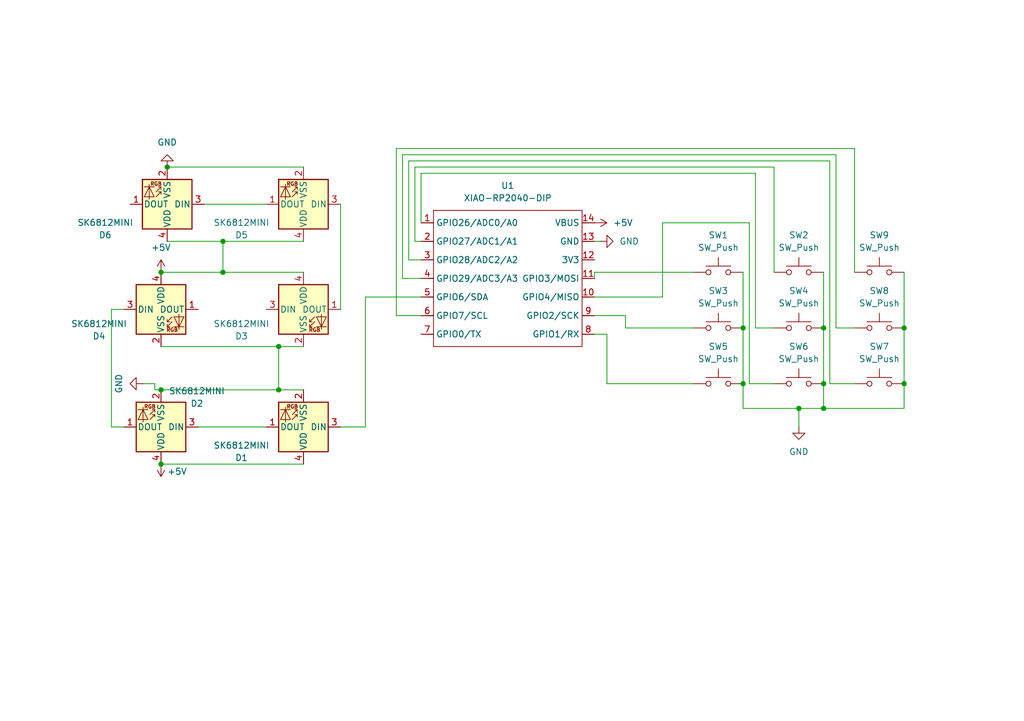
<source format=kicad_sch>
(kicad_sch (version 20231120) (generator "eeschema") (generator_version "8.0")
  (paper "A5")
  (lib_symbols
    (symbol "LED:SK6812MINI" (pin_names (offset 0.254))
      (property "Reference" "D" (at 5.08 5.715 0))
      (property "Value" "SK6812MINI" (at 1.27 -5.715 0))
      (symbol "SK6812MINI_0_0"
        (text "RGB" (at 2.286 -4.191 0) (effects (font (size 0.762 0.762))))
      )
      (symbol "SK6812MINI_0_1"
        (polyline (pts (xy 1.27 -3.556) (xy 1.778 -3.556)))
        (polyline (pts (xy 1.27 -2.54) (xy 1.778 -2.54)))
        (polyline (pts (xy 4.699 -3.556) (xy 2.667 -3.556)))
        (polyline (pts (xy 2.286 -2.54) (xy 1.27 -3.556) (xy 1.27 -3.048)))
        (polyline (pts (xy 2.286 -1.524) (xy 1.27 -2.54) (xy 1.27 -2.032)))
        (polyline (pts (xy 3.683 -1.016) (xy 3.683 -3.556) (xy 3.683 -4.064)))
        (polyline (pts (xy 4.699 -1.524) (xy 2.667 -1.524) (xy 3.683 -3.556) (xy 4.699 -1.524)))
        (rectangle (start 5.08 5.08) (end -5.08 -5.08) (stroke (width 0.254)) (fill (type background)))
      )
      (symbol "SK6812MINI_1_1"
        (pin output line (at 7.62 0 180) (length 2.54) (name "DOUT") (number "1"))
        (pin power_in line (at 0 -7.62 90) (length 2.54) (name "VSS") (number "2"))
        (pin input line (at -7.62 0 0) (length 2.54) (name "DIN") (number "3"))
        (pin power_in line (at 0 7.62 270) (length 2.54) (name "VDD") (number "4"))
      )
    )
    (symbol "Seeed_Studio_XIAO_Series:XIAO-RP2040-DIP"
      (property "Reference" "U" (at 0 0 0))
      (property "Value" "XIAO-RP2040-DIP" (at 5.334 -1.778 0))
      (symbol "XIAO-RP2040-DIP_1_0"
        (polyline (pts (xy -1.27 -30.48) (xy -1.27 -16.51)) (stroke (width 0.1524)))
        (polyline (pts (xy -1.27 -27.94) (xy -2.54 -27.94)) (stroke (width 0.1524)))
        (polyline (pts (xy -1.27 -24.13) (xy -2.54 -24.13)) (stroke (width 0.1524)))
        (polyline (pts (xy -1.27 -20.32) (xy -2.54 -20.32)) (stroke (width 0.1524)))
        (polyline (pts (xy -1.27 -16.51) (xy -2.54 -16.51)) (stroke (width 0.1524)))
        (polyline (pts (xy -1.27 -16.51) (xy -1.27 -12.7)) (stroke (width 0.1524)))
        (polyline (pts (xy -1.27 -12.7) (xy -2.54 -12.7)) (stroke (width 0.1524)))
        (polyline (pts (xy -1.27 -12.7) (xy -1.27 -8.89)) (stroke (width 0.1524)))
        (polyline (pts (xy -1.27 -8.89) (xy -2.54 -8.89)) (stroke (width 0.1524)))
        (polyline (pts (xy -1.27 -8.89) (xy -1.27 -5.08)) (stroke (width 0.1524)))
        (polyline (pts (xy -1.27 -5.08) (xy -2.54 -5.08)) (stroke (width 0.1524)))
        (polyline (pts (xy -1.27 -5.08) (xy -1.27 -2.54)) (stroke (width 0.1524)))
        (polyline (pts (xy -1.27 -2.54) (xy 29.21 -2.54)) (stroke (width 0.1524)))
        (polyline (pts (xy 29.21 -30.48) (xy -1.27 -30.48)) (stroke (width 0.1524)))
        (polyline (pts (xy 29.21 -12.7) (xy 29.21 -30.48)) (stroke (width 0.1524)))
        (polyline (pts (xy 29.21 -8.89) (xy 29.21 -12.7)) (stroke (width 0.1524)))
        (polyline (pts (xy 29.21 -5.08) (xy 29.21 -8.89)) (stroke (width 0.1524)))
        (polyline (pts (xy 29.21 -2.54) (xy 29.21 -5.08)) (stroke (width 0.1524)))
        (polyline (pts (xy 30.48 -27.94) (xy 29.21 -27.94)) (stroke (width 0.1524)))
        (polyline (pts (xy 30.48 -24.13) (xy 29.21 -24.13)) (stroke (width 0.1524)))
        (polyline (pts (xy 30.48 -20.32) (xy 29.21 -20.32)) (stroke (width 0.1524)))
        (polyline (pts (xy 30.48 -16.51) (xy 29.21 -16.51)) (stroke (width 0.1524)))
        (polyline (pts (xy 30.48 -12.7) (xy 29.21 -12.7)) (stroke (width 0.1524)))
        (polyline (pts (xy 30.48 -8.89) (xy 29.21 -8.89)) (stroke (width 0.1524)))
        (polyline (pts (xy 30.48 -5.08) (xy 29.21 -5.08)) (stroke (width 0.1524)))
        (pin passive line (at -3.81 -5.08 0) (length 2.54) (name "GPIO26/ADC0/A0") (number "1"))
        (pin passive line (at 31.75 -20.32 180) (length 2.54) (name "GPIO4/MISO") (number "10"))
        (pin passive line (at 31.75 -16.51 180) (length 2.54) (name "GPIO3/MOSI") (number "11"))
        (pin passive line (at 31.75 -12.7 180) (length 2.54) (name "3V3") (number "12"))
        (pin passive line (at 31.75 -8.89 180) (length 2.54) (name "GND") (number "13"))
        (pin passive line (at 31.75 -5.08 180) (length 2.54) (name "VBUS") (number "14"))
        (pin passive line (at -3.81 -8.89 0) (length 2.54) (name "GPIO27/ADC1/A1") (number "2"))
        (pin passive line (at -3.81 -12.7 0) (length 2.54) (name "GPIO28/ADC2/A2") (number "3"))
        (pin passive line (at -3.81 -16.51 0) (length 2.54) (name "GPIO29/ADC3/A3") (number "4"))
        (pin passive line (at -3.81 -20.32 0) (length 2.54) (name "GPIO6/SDA") (number "5"))
        (pin passive line (at -3.81 -24.13 0) (length 2.54) (name "GPIO7/SCL") (number "6"))
        (pin passive line (at -3.81 -27.94 0) (length 2.54) (name "GPIO0/TX") (number "7"))
        (pin passive line (at 31.75 -27.94 180) (length 2.54) (name "GPIO1/RX") (number "8"))
        (pin passive line (at 31.75 -24.13 180) (length 2.54) (name "GPIO2/SCK") (number "9"))
      )
    )
    (symbol "Switch:SW_Push" (pin_numbers hide) (pin_names (offset 1.016) hide)
      (property "Reference" "SW" (at 1.27 2.54 0))
      (property "Value" "SW_Push" (at 0 -1.524 0))
      (symbol "SW_Push_0_1"
        (circle (center -2.032 0) (radius 0.508))
        (polyline (pts (xy 0 1.27) (xy 0 3.048)))
        (polyline (pts (xy 2.54 1.27) (xy -2.54 1.27)))
        (circle (center 2.032 0) (radius 0.508))
        (pin passive line (at -5.08 0 0) (length 2.54) (name "1") (number "1"))
        (pin passive line (at 5.08 0 180) (length 2.54) (name "2") (number "2"))
      )
    )
    (symbol "power:+5V" (power) (pin_numbers hide) (pin_names (offset 0) hide)
      (property "Value" "+5V" (at 0 3.556 0))
      (symbol "+5V_0_1"
        (polyline (pts (xy -0.762 1.27) (xy 0 2.54)))
        (polyline (pts (xy 0 0) (xy 0 2.54)))
        (polyline (pts (xy 0 2.54) (xy 0.762 1.27)))
      )
      (symbol "+5V_1_1"
        (pin power_in line (at 0 0 90) (length 0) (name "~") (number "1"))
      )
    )
    (symbol "power:GND" (power) (pin_numbers hide) (pin_names (offset 0) hide)
      (property "Value" "GND" (at 0 -3.81 0))
      (symbol "GND_0_1"
        (polyline (pts (xy 0 0) (xy 0 -1.27) (xy 1.27 -1.27) (xy 0 -2.54) (xy -1.27 -1.27) (xy 0 -1.27)))
      )
      (symbol "GND_1_1"
        (pin power_in line (at 0 0 270) (length 0) (name "~") (number "1"))
      )
    )
  )
  (junction (at 163.83 83.82))
  (junction (at 33.02 95.25))
  (junction (at 168.91 78.74))
  (junction (at 45.72 49.53))
  (junction (at 57.15 80.01))
  (junction (at 57.15 71.12))
  (junction (at 185.42 67.31))
  (junction (at 152.4 78.74))
  (junction (at 168.91 83.82))
  (junction (at 45.72 55.88))
  (junction (at 152.4 67.31))
  (junction (at 34.29 34.29))
  (junction (at 33.02 80.01))
  (junction (at 33.02 55.88))
  (junction (at 185.42 78.74))
  (junction (at 168.91 67.31))
  (wire (pts (xy 163.83 83.82) (xy 152.4 83.82)))
  (wire (pts (xy 57.15 71.12) (xy 33.02 71.12)))
  (wire (pts (xy 128.27 67.31) (xy 128.27 64.77)))
  (wire (pts (xy 171.45 67.31) (xy 171.45 31.75)))
  (wire (pts (xy 62.23 95.25) (xy 33.02 95.25)))
  (wire (pts (xy 62.23 71.12) (xy 57.15 71.12)))
  (wire (pts (xy 142.24 67.31) (xy 128.27 67.31)))
  (wire (pts (xy 62.23 34.29) (xy 34.29 34.29)))
  (wire (pts (xy 170.18 78.74) (xy 170.18 33.02)))
  (wire (pts (xy 22.86 87.63) (xy 22.86 63.5)))
  (wire (pts (xy 175.26 30.48) (xy 81.28 30.48)))
  (wire (pts (xy 85.09 34.29) (xy 85.09 49.53)))
  (wire (pts (xy 168.91 67.31) (xy 168.91 78.74)))
  (wire (pts (xy 81.28 64.77) (xy 86.36 64.77)))
  (wire (pts (xy 158.75 67.31) (xy 154.94 67.31)))
  (wire (pts (xy 152.4 67.31) (xy 152.4 55.88)))
  (wire (pts (xy 163.83 87.63) (xy 163.83 83.82)))
  (wire (pts (xy 83.82 53.34) (xy 86.36 53.34)))
  (wire (pts (xy 124.46 68.58) (xy 121.92 68.58)))
  (wire (pts (xy 185.42 78.74) (xy 185.42 67.31)))
  (wire (pts (xy 170.18 33.02) (xy 83.82 33.02)))
  (wire (pts (xy 121.92 55.88) (xy 142.24 55.88)))
  (wire (pts (xy 22.86 63.5) (xy 25.4 63.5)))
  (wire (pts (xy 152.4 83.82) (xy 152.4 78.74)))
  (wire (pts (xy 175.26 55.88) (xy 175.26 30.48)))
  (wire (pts (xy 124.46 78.74) (xy 124.46 68.58)))
  (wire (pts (xy 121.92 55.88) (xy 121.92 57.15)))
  (wire (pts (xy 153.67 78.74) (xy 153.67 45.72)))
  (wire (pts (xy 86.36 35.56) (xy 86.36 45.72)))
  (wire (pts (xy 25.4 87.63) (xy 22.86 87.63)))
  (wire (pts (xy 69.85 63.5) (xy 69.85 41.91)))
  (wire (pts (xy 153.67 45.72) (xy 135.89 45.72)))
  (wire (pts (xy 45.72 49.53) (xy 34.29 49.53)))
  (wire (pts (xy 57.15 80.01) (xy 33.02 80.01)))
  (wire (pts (xy 175.26 78.74) (xy 170.18 78.74)))
  (wire (pts (xy 86.36 60.96) (xy 74.93 60.96)))
  (wire (pts (xy 154.94 35.56) (xy 86.36 35.56)))
  (wire (pts (xy 175.26 67.31) (xy 171.45 67.31)))
  (wire (pts (xy 45.72 55.88) (xy 33.02 55.88)))
  (wire (pts (xy 62.23 55.88) (xy 45.72 55.88)))
  (wire (pts (xy 142.24 78.74) (xy 124.46 78.74)))
  (wire (pts (xy 168.91 78.74) (xy 168.91 83.82)))
  (wire (pts (xy 135.89 45.72) (xy 135.89 60.96)))
  (wire (pts (xy 45.72 55.88) (xy 45.72 49.53)))
  (wire (pts (xy 74.93 87.63) (xy 69.85 87.63)))
  (wire (pts (xy 29.21 78.74) (xy 31.75 78.74)))
  (wire (pts (xy 62.23 80.01) (xy 57.15 80.01)))
  (wire (pts (xy 54.61 41.91) (xy 41.91 41.91)))
  (wire (pts (xy 121.92 60.96) (xy 135.89 60.96)))
  (wire (pts (xy 54.61 87.63) (xy 40.64 87.63)))
  (wire (pts (xy 57.15 80.01) (xy 57.15 71.12)))
  (wire (pts (xy 82.55 31.75) (xy 82.55 57.15)))
  (wire (pts (xy 158.75 55.88) (xy 158.75 34.29)))
  (wire (pts (xy 74.93 60.96) (xy 74.93 87.63)))
  (wire (pts (xy 158.75 34.29) (xy 85.09 34.29)))
  (wire (pts (xy 168.91 55.88) (xy 168.91 67.31)))
  (wire (pts (xy 82.55 57.15) (xy 86.36 57.15)))
  (wire (pts (xy 168.91 83.82) (xy 185.42 83.82)))
  (wire (pts (xy 185.42 67.31) (xy 185.42 55.88)))
  (wire (pts (xy 31.75 80.01) (xy 33.02 80.01)))
  (wire (pts (xy 62.23 49.53) (xy 45.72 49.53)))
  (wire (pts (xy 154.94 67.31) (xy 154.94 35.56)))
  (wire (pts (xy 83.82 33.02) (xy 83.82 53.34)))
  (wire (pts (xy 185.42 83.82) (xy 185.42 78.74)))
  (wire (pts (xy 152.4 78.74) (xy 152.4 67.31)))
  (wire (pts (xy 168.91 83.82) (xy 163.83 83.82)))
  (wire (pts (xy 128.27 64.77) (xy 121.92 64.77)))
  (wire (pts (xy 85.09 49.53) (xy 86.36 49.53)))
  (wire (pts (xy 123.19 49.53) (xy 121.92 49.53)))
  (wire (pts (xy 31.75 78.74) (xy 31.75 80.01)))
  (wire (pts (xy 158.75 78.74) (xy 153.67 78.74)))
  (wire (pts (xy 81.28 30.48) (xy 81.28 64.77)))
  (wire (pts (xy 171.45 31.75) (xy 82.55 31.75)))
  (symbol (lib_id "Switch:SW_Push") (at 147.32 55.88 0) (unit 1)
    (property "Reference" "SW1" (at 147.32 48.26 0))
    (property "Value" "SW_Push" (at 147.32 50.8 0))
    (property "Footprint" "Kailh_PG1353_Solderable:Kailh-PG1353-Solderable-1U" (effects (hide yes)))
    (property "Description" "Push button switch, generic, two pins" (effects (hide yes)))
  )
  (symbol (lib_id "Switch:SW_Push") (at 147.32 67.31 0) (unit 1)
    (property "Reference" "SW3" (at 147.32 59.69 0))
    (property "Value" "SW_Push" (at 147.32 62.23 0))
    (property "Footprint" "Kailh_PG1353_Solderable:Kailh-PG1353-Solderable-1U" (effects (hide yes)))
    (property "Description" "Push button switch, generic, two pins" (effects (hide yes)))
  )
  (symbol (lib_id "power:+5V") (at 33.02 55.88 0) (unit 1)
    (property "Reference" "#PWR07" (effects (hide yes)))
    (property "Value" "+5V" (at 33.02 50.8 0))
    (property "Description" "Power symbol creates a global label with name \"+5V\"" (effects (hide yes)))
  )
  (symbol (lib_id "Switch:SW_Push") (at 180.34 67.31 0) (unit 1)
    (property "Reference" "SW8" (at 180.34 59.69 0))
    (property "Value" "SW_Push" (at 180.34 62.23 0))
    (property "Footprint" "Kailh_PG1353_Solderable:Kailh-PG1353-Solderable-1U" (effects (hide yes)))
    (property "Description" "Push button switch, generic, two pins" (effects (hide yes)))
  )
  (symbol (lib_id "Switch:SW_Push") (at 180.34 78.74 0) (unit 1)
    (property "Reference" "SW7" (at 180.34 71.12 0))
    (property "Value" "SW_Push" (at 180.34 73.66 0))
    (property "Footprint" "Kailh_PG1353_Solderable:Kailh-PG1353-Solderable-1U" (effects (hide yes)))
    (property "Description" "Push button switch, generic, two pins" (effects (hide yes)))
  )
  (symbol (lib_id "Switch:SW_Push") (at 163.83 67.31 0) (unit 1)
    (property "Reference" "SW4" (at 163.83 59.69 0))
    (property "Value" "SW_Push" (at 163.83 62.23 0))
    (property "Footprint" "Kailh_PG1353_Solderable:Kailh-PG1353-Solderable-1U" (effects (hide yes)))
    (property "Description" "Push button switch, generic, two pins" (effects (hide yes)))
  )
  (symbol (lib_id "LED:SK6812MINI") (at 62.23 87.63 180) (unit 1)
    (property "Reference" "D1" (at 49.53 93.9486 0))
    (property "Value" "SK6812MINI" (at 49.53 91.4086 0))
    (property "Footprint" "LED_SMD:LED_SK6812MINI_PLCC4_3.5x3.5mm_P1.75mm" (effects (hide yes)))
    (property "Datasheet" "https://cdn-shop.adafruit.com/product-files/2686/SK6812MINI_REV.01-1-2.pdf" (effects (hide yes)))
    (property "Description" "RGB LED with integrated controller" (effects (hide yes)))
  )
  (symbol (lib_id "Seeed_Studio_XIAO_Series:XIAO-RP2040-DIP") (at 90.17 40.64 0) (unit 1)
    (property "Reference" "U1" (at 104.14 38.1 0))
    (property "Value" "XIAO-RP2040-DIP" (at 104.14 40.64 0))
    (property "Footprint" "Seeed Studio XIAO Series Library:XIAO-RP2040-DIP" (effects (hide yes)))
  )
  (symbol (lib_id "LED:SK6812MINI") (at 62.23 41.91 180) (unit 1)
    (property "Reference" "D5" (at 49.53 48.2286 0))
    (property "Value" "SK6812MINI" (at 49.53 45.6886 0))
    (property "Footprint" "LED_SMD:LED_SK6812MINI_PLCC4_3.5x3.5mm_P1.75mm" (effects (hide yes)))
    (property "Datasheet" "https://cdn-shop.adafruit.com/product-files/2686/SK6812MINI_REV.01-1-2.pdf" (effects (hide yes)))
    (property "Description" "RGB LED with integrated controller" (effects (hide yes)))
  )
  (symbol (lib_id "power:GND") (at 34.29 34.29 180) (unit 1)
    (property "Reference" "#PWR06" (effects (hide yes)))
    (property "Value" "GND" (at 34.29 29.21 0))
    (property "Description" "Power symbol creates a global label with name \"GND\" , ground" (effects (hide yes)))
  )
  (symbol (lib_id "power:GND") (at 29.21 78.74 270) (unit 1)
    (property "Reference" "#PWR02" (effects (hide yes)))
    (property "Value" "GND" (at 24.384 78.74 0))
    (property "Description" "Power symbol creates a global label with name \"GND\" , ground" (effects (hide yes)))
  )
  (symbol (lib_id "Switch:SW_Push") (at 147.32 78.74 0) (unit 1)
    (property "Reference" "SW5" (at 147.32 71.12 0))
    (property "Value" "SW_Push" (at 147.32 73.66 0))
    (property "Footprint" "Kailh_PG1353_Solderable:Kailh-PG1353-Solderable-1U" (effects (hide yes)))
    (property "Description" "Push button switch, generic, two pins" (effects (hide yes)))
  )
  (symbol (lib_id "Switch:SW_Push") (at 180.34 55.88 0) (unit 1)
    (property "Reference" "SW9" (at 180.34 48.26 0))
    (property "Value" "SW_Push" (at 180.34 50.8 0))
    (property "Footprint" "Kailh_PG1353_Solderable:Kailh-PG1353-Solderable-1U" (effects (hide yes)))
    (property "Description" "Push button switch, generic, two pins" (effects (hide yes)))
  )
  (symbol (lib_id "power:GND") (at 163.83 87.63 0) (unit 1)
    (property "Reference" "#PWR01" (effects (hide yes)))
    (property "Value" "GND" (at 163.83 92.71 0))
    (property "Description" "Power symbol creates a global label with name \"GND\" , ground" (effects (hide yes)))
  )
  (symbol (lib_id "LED:SK6812MINI") (at 34.29 41.91 180) (unit 1)
    (property "Reference" "D6" (at 21.59 48.2286 0))
    (property "Value" "SK6812MINI" (at 21.59 45.6886 0))
    (property "Footprint" "LED_SMD:LED_SK6812MINI_PLCC4_3.5x3.5mm_P1.75mm" (effects (hide yes)))
    (property "Datasheet" "https://cdn-shop.adafruit.com/product-files/2686/SK6812MINI_REV.01-1-2.pdf" (effects (hide yes)))
    (property "Description" "RGB LED with integrated controller" (effects (hide yes)))
  )
  (symbol (lib_id "power:+5V") (at 33.02 95.25 180) (unit 1)
    (property "Reference" "#PWR03" (effects (hide yes)))
    (property "Value" "+5V" (at 36.322 96.774 0))
    (property "Description" "Power symbol creates a global label with name \"+5V\"" (effects (hide yes)))
  )
  (symbol (lib_id "LED:SK6812MINI") (at 33.02 63.5 0) (unit 1)
    (property "Reference" "D4" (at 20.32 68.9962 0))
    (property "Value" "SK6812MINI" (at 20.32 66.4562 0))
    (property "Footprint" "LED_SMD:LED_SK6812MINI_PLCC4_3.5x3.5mm_P1.75mm" (effects (hide yes)))
    (property "Datasheet" "https://cdn-shop.adafruit.com/product-files/2686/SK6812MINI_REV.01-1-2.pdf" (effects (hide yes)))
    (property "Description" "RGB LED with integrated controller" (effects (hide yes)))
  )
  (symbol (lib_id "power:GND") (at 123.19 49.53 90) (unit 1)
    (property "Reference" "#PWR05" (effects (hide yes)))
    (property "Value" "GND" (at 127 49.5299 90) (effects (justify right)))
    (property "Description" "Power symbol creates a global label with name \"GND\" , ground" (effects (hide yes)))
  )
  (symbol (lib_id "Switch:SW_Push") (at 163.83 78.74 0) (unit 1)
    (property "Reference" "SW6" (at 163.83 71.12 0))
    (property "Value" "SW_Push" (at 163.83 73.66 0))
    (property "Footprint" "Kailh_PG1353_Solderable:Kailh-PG1353-Solderable-1U" (effects (hide yes)))
    (property "Description" "Push button switch, generic, two pins" (effects (hide yes)))
  )
  (symbol (lib_id "LED:SK6812MINI") (at 62.23 63.5 0) (unit 1)
    (property "Reference" "D3" (at 49.53 68.9962 0))
    (property "Value" "SK6812MINI" (at 49.53 66.4562 0))
    (property "Footprint" "LED_SMD:LED_SK6812MINI_PLCC4_3.5x3.5mm_P1.75mm" (effects (hide yes)))
    (property "Datasheet" "https://cdn-shop.adafruit.com/product-files/2686/SK6812MINI_REV.01-1-2.pdf" (effects (hide yes)))
    (property "Description" "RGB LED with integrated controller" (effects (hide yes)))
  )
  (symbol (lib_id "LED:SK6812MINI") (at 33.02 87.63 180) (unit 1)
    (property "Reference" "D2" (at 40.386 82.804 0))
    (property "Value" "SK6812MINI" (at 40.386 80.264 0))
    (property "Footprint" "LED_SMD:LED_SK6812MINI_PLCC4_3.5x3.5mm_P1.75mm" (effects (hide yes)))
    (property "Datasheet" "https://cdn-shop.adafruit.com/product-files/2686/SK6812MINI_REV.01-1-2.pdf" (effects (hide yes)))
    (property "Description" "RGB LED with integrated controller" (effects (hide yes)))
  )
  (symbol (lib_id "power:+5V") (at 121.92 45.72 270) (unit 1)
    (property "Reference" "#PWR04" (effects (hide yes)))
    (property "Value" "+5V" (at 125.73 45.7199 90) (effects (justify left)))
    (property "Description" "Power symbol creates a global label with name \"+5V\"" (effects (hide yes)))
  )
  (symbol (lib_id "Switch:SW_Push") (at 163.83 55.88 0) (unit 1)
    (property "Reference" "SW2" (at 163.83 48.26 0))
    (property "Value" "SW_Push" (at 163.83 50.8 0))
    (property "Footprint" "Kailh_PG1353_Solderable:Kailh-PG1353-Solderable-1U" (effects (hide yes)))
    (property "Description" "Push button switch, generic, two pins" (effects (hide yes)))
  )
)
</source>
